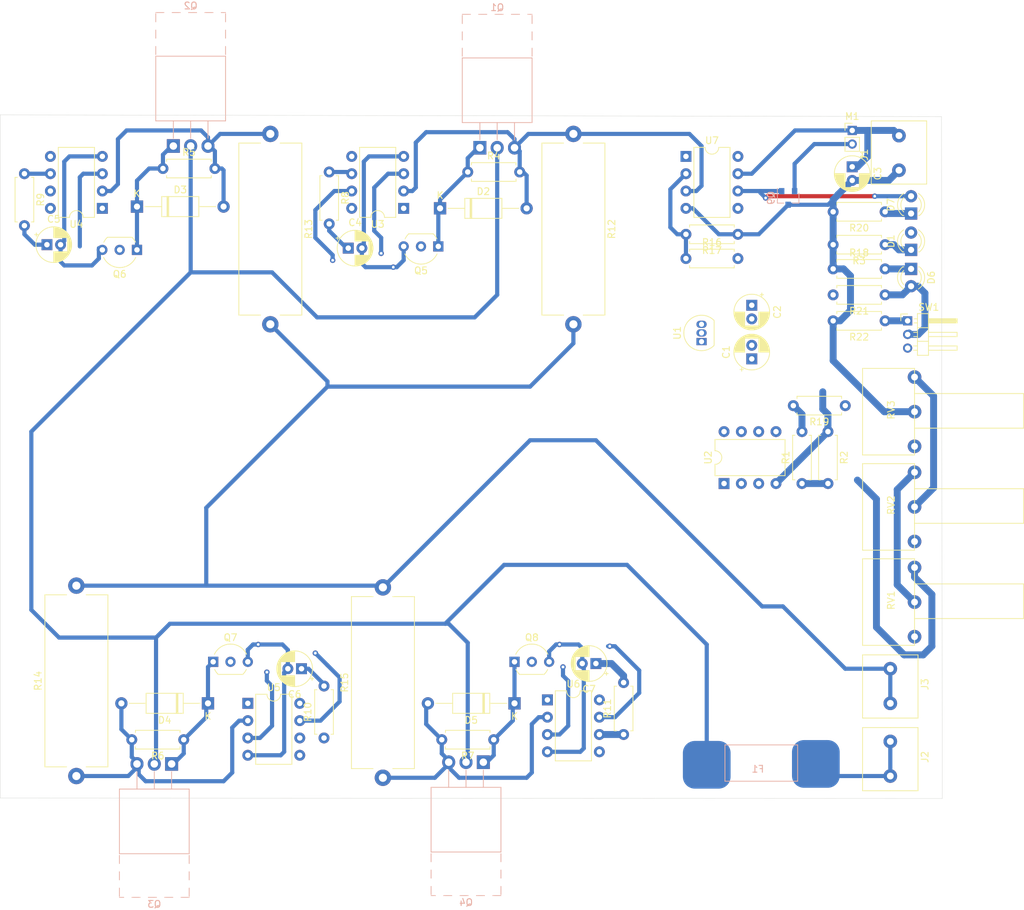
<source format=kicad_pcb>
(kicad_pcb (version 20171130) (host pcbnew "(5.1.6)-1")
  (layers (0 F.Cu signal) (31 B.Cu signal) (34 B.Paste user) (35 F.Paste user) (36 B.SilkS user) (37 F.SilkS user) (38 B.Mask user) (39 F.Mask user) (44 Edge.Cuts user))
  (net 0 "")
  (net 1 GND)
  (net 2 3.3V)
  (net 3 12V)
  (net 4 "Net-(C4-Pad1)")
  (net 5 "Net-(C5-Pad1)")
  (net 6 "Net-(C6-Pad1)")
  (net 7 "Net-(C7-Pad1)")
  (net 8 "Net-(D1-Pad2)")
  (net 9 "Net-(D1-Pad1)")
  (net 10 "Net-(D6-Pad2)")
  (net 11 "Net-(D6-Pad1)")
  (net 12 "Net-(D7-Pad2)")
  (net 13 "Net-(D7-Pad1)")
  (net 14 V_DRAIN)
  (net 15 "Net-(F1-Pad1)")
  (net 16 "Net-(M1-Pad2)")
  (net 17 HALT)
  (net 18 "Net-(R1-Pad1)")
  (net 19 "Net-(R8-Pad1)")
  (net 20 "Net-(R9-Pad1)")
  (net 21 "Net-(R10-Pad1)")
  (net 22 "Net-(R11-Pad1)")
  (net 23 "Net-(R16-Pad1)")
  (net 24 IREF)
  (net 25 "Net-(R22-Pad1)")
  (net 26 "Net-(RV1-Pad2)")
  (net 27 "Net-(RV1-Pad1)")
  (net 28 "Net-(RV2-Pad2)")
  (net 29 "Net-(RV2-Pad1)")
  (net 30 "Net-(RV3-Pad1)")
  (net 31 "Net-(U2-Pad8)")
  (net 32 "Net-(U2-Pad5)")
  (net 33 "Net-(U2-Pad1)")
  (net 34 "Net-(U3-Pad8)")
  (net 35 "Net-(U3-Pad5)")
  (net 36 "Net-(U3-Pad1)")
  (net 37 "Net-(U4-Pad8)")
  (net 38 "Net-(U4-Pad5)")
  (net 39 "Net-(U4-Pad1)")
  (net 40 "Net-(U5-Pad8)")
  (net 41 "Net-(U5-Pad5)")
  (net 42 "Net-(U5-Pad1)")
  (net 43 "Net-(U6-Pad8)")
  (net 44 "Net-(U6-Pad5)")
  (net 45 "Net-(U6-Pad1)")
  (net 46 "Net-(U7-Pad8)")
  (net 47 "Net-(U7-Pad5)")
  (net 48 "Net-(U7-Pad1)")
  (net 49 "Net-(D2-Pad2)")
  (net 50 "Net-(D3-Pad2)")
  (net 51 "Net-(D4-Pad2)")
  (net 52 "Net-(D5-Pad2)")
  (module Package_DIP:DIP-8_W7.62mm (layer F.Cu) (at 73.152 27.432 180)
    (fp_text reference U3 (at 3.81 -2.33) (layer F.SilkS))
    (fp_text value LM741)
    (pad 8 thru_hole oval (at 7.62 0 180) (size 1.6 1.6) (drill 0.8) (layers *.Cu *.Mask) (net 34 "Net-(U3-Pad8)"))
    (pad 4 thru_hole oval (at 0 7.62 180) (size 1.6 1.6) (drill 0.8) (layers *.Cu *.Mask) (net 1 GND))
    (pad 7 thru_hole oval (at 7.62 2.54 180) (size 1.6 1.6) (drill 0.8) (layers *.Cu *.Mask) (net 3 12V))
    (pad 3 thru_hole oval (at 0 5.08 180) (size 1.6 1.6) (drill 0.8) (layers *.Cu *.Mask) (net 24 IREF))
    (pad 6 thru_hole oval (at 7.62 5.08 180) (size 1.6 1.6) (drill 0.8) (layers *.Cu *.Mask) (net 19 "Net-(R8-Pad1)"))
    (pad 2 thru_hole oval (at 0 2.54 180) (size 1.6 1.6) (drill 0.8) (layers *.Cu *.Mask) (net 49 "Net-(D2-Pad2)"))
    (pad 5 thru_hole oval (at 7.62 7.62 180) (size 1.6 1.6) (drill 0.8) (layers *.Cu *.Mask) (net 35 "Net-(U3-Pad5)"))
    (pad 1 thru_hole rect (at 0 0 180) (size 1.6 1.6) (drill 0.8) (layers *.Cu *.Mask) (net 36 "Net-(U3-Pad1)"))
  )
  (module Resistor_THT:R_Axial_Power_L25.0mm_W9.0mm_P27.94mm (layer F.Cu) (at 98.044 16.51 270)
    (fp_text reference R12 (at 13.97 -5.62 90) (layer F.SilkS))
    (fp_text value 0.1)
    (pad 2 thru_hole oval (at 27.94 0 270) (size 2.4 2.4) (drill 1.2) (layers *.Cu *.Mask) (net 1 GND))
    (pad 1 thru_hole circle (at 0 0 270) (size 2.4 2.4) (drill 1.2) (layers *.Cu *.Mask) (net 49 "Net-(D2-Pad2)"))
  )
  (module Resistor_THT:R_Axial_DIN0207_L6.3mm_D2.5mm_P7.62mm_Horizontal (layer F.Cu) (at 62.23 22.098 270)
    (fp_text reference R8 (at 3.81 -2.37 90) (layer F.SilkS))
    (fp_text value 500k)
    (pad 2 thru_hole oval (at 7.62 0 270) (size 1.6 1.6) (drill 0.8) (layers *.Cu *.Mask) (net 4 "Net-(C4-Pad1)"))
    (pad 1 thru_hole circle (at 0 0 270) (size 1.6 1.6) (drill 0.8) (layers *.Cu *.Mask) (net 19 "Net-(R8-Pad1)"))
  )
  (module Resistor_THT:R_Axial_DIN0207_L6.3mm_D2.5mm_P7.62mm_Horizontal (layer F.Cu) (at 82.55 22.098)
    (fp_text reference R4 (at 3.81 -2.37) (layer F.SilkS))
    (fp_text value 10000k)
    (pad 2 thru_hole oval (at 7.62 0) (size 1.6 1.6) (drill 0.8) (layers *.Cu *.Mask) (net 49 "Net-(D2-Pad2)"))
    (pad 1 thru_hole circle (at 0 0) (size 1.6 1.6) (drill 0.8) (layers *.Cu *.Mask) (net 4 "Net-(C4-Pad1)"))
  )
  (module Package_TO_SOT_THT:TO-92_Inline_Wide (layer F.Cu) (at 78.232 33.02 180)
    (fp_text reference Q5 (at 2.54 -3.56) (layer F.SilkS))
    (fp_text value BC547)
    (pad 1 thru_hole rect (at 0 0 270) (size 1.5 1.5) (drill 0.8) (layers *.Cu *.Mask) (net 4 "Net-(C4-Pad1)"))
    (pad 3 thru_hole circle (at 5.08 0 270) (size 1.5 1.5) (drill 0.8) (layers *.Cu *.Mask) (net 1 GND))
    (pad 2 thru_hole circle (at 2.54 0 270) (size 1.5 1.5) (drill 0.8) (layers *.Cu *.Mask) (net 17 HALT))
  )
  (module Package_TO_SOT_THT:TO-220-3_Horizontal_TabUp (layer B.Cu) (at 84.328 18.542)
    (fp_text reference Q1 (at 2.54 -20.58) (layer B.SilkS) (effects (justify mirror)))
    (fp_text value IRFZ46N)
    (pad 3 thru_hole oval (at 5.08 0) (size 1.905 2) (drill 1.1) (layers *.Cu *.Mask) (net 49 "Net-(D2-Pad2)"))
    (pad 2 thru_hole oval (at 2.54 0) (size 1.905 2) (drill 1.1) (layers *.Cu *.Mask) (net 14 V_DRAIN))
    (pad 1 thru_hole rect (at 0 0) (size 1.905 2) (drill 1.1) (layers *.Cu *.Mask) (net 4 "Net-(C4-Pad1)"))
    (pad "" np_thru_hole oval (at 2.54 -16.66) (size 3.5 3.5) (drill 3.5) (layers *.Cu *.Mask))
  )
  (module Diode_THT:D_A-405_P12.70mm_Horizontal (layer F.Cu) (at 78.486 27.432)
    (fp_text reference D2 (at 6.35 -2.47) (layer F.SilkS))
    (fp_text value 9V)
    (fp_text user K (at 0 -1.9) (layer F.SilkS))
    (pad 2 thru_hole oval (at 12.7 0) (size 1.8 1.8) (drill 0.9) (layers *.Cu *.Mask) (net 49 "Net-(D2-Pad2)"))
    (pad 1 thru_hole rect (at 0 0) (size 1.8 1.8) (drill 0.9) (layers *.Cu *.Mask) (net 4 "Net-(C4-Pad1)"))
  )
  (module Capacitor_THT:CP_Radial_D5.0mm_P2.00mm (layer F.Cu) (at 65.024 33.274)
    (fp_text reference C4 (at 1 -3.75) (layer F.SilkS))
    (fp_text value 1uF)
    (pad 2 thru_hole circle (at 2 0) (size 1.6 1.6) (drill 0.8) (layers *.Cu *.Mask) (net 1 GND))
    (pad 1 thru_hole rect (at 0 0) (size 1.6 1.6) (drill 0.8) (layers *.Cu *.Mask) (net 4 "Net-(C4-Pad1)"))
  )
  (module Package_DIP:DIP-8_W7.62mm (layer F.Cu) (at 28.956 27.432 180)
    (fp_text reference U4 (at 3.81 -2.33) (layer F.SilkS))
    (fp_text value LM741)
    (pad 8 thru_hole oval (at 7.62 0 180) (size 1.6 1.6) (drill 0.8) (layers *.Cu *.Mask) (net 37 "Net-(U4-Pad8)"))
    (pad 4 thru_hole oval (at 0 7.62 180) (size 1.6 1.6) (drill 0.8) (layers *.Cu *.Mask) (net 1 GND))
    (pad 7 thru_hole oval (at 7.62 2.54 180) (size 1.6 1.6) (drill 0.8) (layers *.Cu *.Mask) (net 3 12V))
    (pad 3 thru_hole oval (at 0 5.08 180) (size 1.6 1.6) (drill 0.8) (layers *.Cu *.Mask) (net 24 IREF))
    (pad 6 thru_hole oval (at 7.62 5.08 180) (size 1.6 1.6) (drill 0.8) (layers *.Cu *.Mask) (net 20 "Net-(R9-Pad1)"))
    (pad 2 thru_hole oval (at 0 2.54 180) (size 1.6 1.6) (drill 0.8) (layers *.Cu *.Mask) (net 50 "Net-(D3-Pad2)"))
    (pad 5 thru_hole oval (at 7.62 7.62 180) (size 1.6 1.6) (drill 0.8) (layers *.Cu *.Mask) (net 38 "Net-(U4-Pad5)"))
    (pad 1 thru_hole rect (at 0 0 180) (size 1.6 1.6) (drill 0.8) (layers *.Cu *.Mask) (net 39 "Net-(U4-Pad1)"))
  )
  (module Resistor_THT:R_Axial_Power_L25.0mm_W9.0mm_P27.94mm (layer F.Cu) (at 53.594 16.51 270)
    (fp_text reference R13 (at 13.97 -5.62 90) (layer F.SilkS))
    (fp_text value 0.1)
    (pad 2 thru_hole oval (at 27.94 0 270) (size 2.4 2.4) (drill 1.2) (layers *.Cu *.Mask) (net 1 GND))
    (pad 1 thru_hole circle (at 0 0 270) (size 2.4 2.4) (drill 1.2) (layers *.Cu *.Mask) (net 50 "Net-(D3-Pad2)"))
  )
  (module Resistor_THT:R_Axial_DIN0207_L6.3mm_D2.5mm_P7.62mm_Horizontal (layer F.Cu) (at 17.526 22.352 270)
    (fp_text reference R9 (at 3.81 -2.37 90) (layer F.SilkS))
    (fp_text value 500k)
    (pad 2 thru_hole oval (at 7.62 0 270) (size 1.6 1.6) (drill 0.8) (layers *.Cu *.Mask) (net 5 "Net-(C5-Pad1)"))
    (pad 1 thru_hole circle (at 0 0 270) (size 1.6 1.6) (drill 0.8) (layers *.Cu *.Mask) (net 20 "Net-(R9-Pad1)"))
  )
  (module Resistor_THT:R_Axial_DIN0207_L6.3mm_D2.5mm_P7.62mm_Horizontal (layer F.Cu) (at 37.846 21.59)
    (fp_text reference R5 (at 3.81 -2.37) (layer F.SilkS))
    (fp_text value 10000k)
    (pad 2 thru_hole oval (at 7.62 0) (size 1.6 1.6) (drill 0.8) (layers *.Cu *.Mask) (net 50 "Net-(D3-Pad2)"))
    (pad 1 thru_hole circle (at 0 0) (size 1.6 1.6) (drill 0.8) (layers *.Cu *.Mask) (net 5 "Net-(C5-Pad1)"))
  )
  (module Package_TO_SOT_THT:TO-92_Inline_Wide (layer F.Cu) (at 34.036 33.528 180)
    (fp_text reference Q6 (at 2.54 -3.56) (layer F.SilkS))
    (fp_text value BC547)
    (pad 1 thru_hole rect (at 0 0 270) (size 1.5 1.5) (drill 0.8) (layers *.Cu *.Mask) (net 5 "Net-(C5-Pad1)"))
    (pad 3 thru_hole circle (at 5.08 0 270) (size 1.5 1.5) (drill 0.8) (layers *.Cu *.Mask) (net 1 GND))
    (pad 2 thru_hole circle (at 2.54 0 270) (size 1.5 1.5) (drill 0.8) (layers *.Cu *.Mask) (net 17 HALT))
  )
  (module Package_TO_SOT_THT:TO-220-3_Horizontal_TabUp (layer B.Cu) (at 39.37 18.288)
    (fp_text reference Q2 (at 2.54 -20.58) (layer B.SilkS) (effects (justify mirror)))
    (fp_text value IRFZ46N)
    (pad 3 thru_hole oval (at 5.08 0) (size 1.905 2) (drill 1.1) (layers *.Cu *.Mask) (net 50 "Net-(D3-Pad2)"))
    (pad 2 thru_hole oval (at 2.54 0) (size 1.905 2) (drill 1.1) (layers *.Cu *.Mask) (net 14 V_DRAIN))
    (pad 1 thru_hole rect (at 0 0) (size 1.905 2) (drill 1.1) (layers *.Cu *.Mask) (net 5 "Net-(C5-Pad1)"))
    (pad "" np_thru_hole oval (at 2.54 -16.66) (size 3.5 3.5) (drill 3.5) (layers *.Cu *.Mask))
  )
  (module Capacitor_THT:CP_Radial_D5.0mm_P2.00mm (layer F.Cu) (at 20.828 32.766)
    (fp_text reference C5 (at 1 -3.75) (layer F.SilkS))
    (fp_text value 1uF)
    (pad 2 thru_hole circle (at 2 0) (size 1.6 1.6) (drill 0.8) (layers *.Cu *.Mask) (net 1 GND))
    (pad 1 thru_hole rect (at 0 0) (size 1.6 1.6) (drill 0.8) (layers *.Cu *.Mask) (net 5 "Net-(C5-Pad1)"))
  )
  (module Diode_THT:D_A-405_P12.70mm_Horizontal (layer F.Cu) (at 89.408 100.076 180)
    (fp_text reference D5 (at 6.35 -2.47) (layer F.SilkS))
    (fp_text value 9V)
    (fp_text user K (at 0 -1.9) (layer F.SilkS))
    (pad 2 thru_hole oval (at 12.7 0 180) (size 1.8 1.8) (drill 0.9) (layers *.Cu *.Mask) (net 52 "Net-(D5-Pad2)"))
    (pad 1 thru_hole rect (at 0 0 180) (size 1.8 1.8) (drill 0.9) (layers *.Cu *.Mask) (net 7 "Net-(C7-Pad1)"))
  )
  (module Diode_THT:D_A-405_P12.70mm_Horizontal (layer F.Cu) (at 44.45 100.076 180)
    (fp_text reference D4 (at 6.35 -2.47) (layer F.SilkS))
    (fp_text value 9V)
    (fp_text user K (at 0 -1.9) (layer F.SilkS))
    (pad 2 thru_hole oval (at 12.7 0 180) (size 1.8 1.8) (drill 0.9) (layers *.Cu *.Mask) (net 51 "Net-(D4-Pad2)"))
    (pad 1 thru_hole rect (at 0 0 180) (size 1.8 1.8) (drill 0.9) (layers *.Cu *.Mask) (net 6 "Net-(C6-Pad1)"))
  )
  (module Diode_THT:D_A-405_P12.70mm_Horizontal (layer F.Cu) (at 34.036 27.178)
    (fp_text reference D3 (at 6.35 -2.47) (layer F.SilkS))
    (fp_text value 9V)
    (fp_text user K (at 0 -1.9) (layer F.SilkS))
    (pad 2 thru_hole oval (at 12.7 0) (size 1.8 1.8) (drill 0.9) (layers *.Cu *.Mask) (net 50 "Net-(D3-Pad2)"))
    (pad 1 thru_hole rect (at 0 0) (size 1.8 1.8) (drill 0.9) (layers *.Cu *.Mask) (net 5 "Net-(C5-Pad1)"))
  )
  (module Package_DIP:DIP-8_W7.62mm (layer F.Cu) (at 114.554 19.812)
    (fp_text reference U7 (at 3.81 -2.33) (layer F.SilkS))
    (fp_text value LM741)
    (pad 8 thru_hole oval (at 7.62 0) (size 1.6 1.6) (drill 0.8) (layers *.Cu *.Mask) (net 46 "Net-(U7-Pad8)"))
    (pad 4 thru_hole oval (at 0 7.62) (size 1.6 1.6) (drill 0.8) (layers *.Cu *.Mask) (net 1 GND))
    (pad 7 thru_hole oval (at 7.62 2.54) (size 1.6 1.6) (drill 0.8) (layers *.Cu *.Mask) (net 3 12V))
    (pad 3 thru_hole oval (at 0 5.08) (size 1.6 1.6) (drill 0.8) (layers *.Cu *.Mask) (net 49 "Net-(D2-Pad2)"))
    (pad 6 thru_hole oval (at 7.62 5.08) (size 1.6 1.6) (drill 0.8) (layers *.Cu *.Mask) (net 12 "Net-(D7-Pad2)"))
    (pad 2 thru_hole oval (at 0 2.54) (size 1.6 1.6) (drill 0.8) (layers *.Cu *.Mask) (net 23 "Net-(R16-Pad1)"))
    (pad 5 thru_hole oval (at 7.62 7.62) (size 1.6 1.6) (drill 0.8) (layers *.Cu *.Mask) (net 47 "Net-(U7-Pad5)"))
    (pad 1 thru_hole rect (at 0 0) (size 1.6 1.6) (drill 0.8) (layers *.Cu *.Mask) (net 48 "Net-(U7-Pad1)"))
  )
  (module Package_DIP:DIP-8_W7.62mm (layer F.Cu) (at 94.234 99.568)
    (fp_text reference U6 (at 3.81 -2.33) (layer F.SilkS))
    (fp_text value LM741)
    (pad 8 thru_hole oval (at 7.62 0) (size 1.6 1.6) (drill 0.8) (layers *.Cu *.Mask) (net 43 "Net-(U6-Pad8)"))
    (pad 4 thru_hole oval (at 0 7.62) (size 1.6 1.6) (drill 0.8) (layers *.Cu *.Mask) (net 1 GND))
    (pad 7 thru_hole oval (at 7.62 2.54) (size 1.6 1.6) (drill 0.8) (layers *.Cu *.Mask) (net 3 12V))
    (pad 3 thru_hole oval (at 0 5.08) (size 1.6 1.6) (drill 0.8) (layers *.Cu *.Mask) (net 24 IREF))
    (pad 6 thru_hole oval (at 7.62 5.08) (size 1.6 1.6) (drill 0.8) (layers *.Cu *.Mask) (net 22 "Net-(R11-Pad1)"))
    (pad 2 thru_hole oval (at 0 2.54) (size 1.6 1.6) (drill 0.8) (layers *.Cu *.Mask) (net 52 "Net-(D5-Pad2)"))
    (pad 5 thru_hole oval (at 7.62 7.62) (size 1.6 1.6) (drill 0.8) (layers *.Cu *.Mask) (net 44 "Net-(U6-Pad5)"))
    (pad 1 thru_hole rect (at 0 0) (size 1.6 1.6) (drill 0.8) (layers *.Cu *.Mask) (net 45 "Net-(U6-Pad1)"))
  )
  (module Package_DIP:DIP-8_W7.62mm (layer F.Cu) (at 50.292 100.076)
    (fp_text reference U5 (at 3.81 -2.33) (layer F.SilkS))
    (fp_text value LM741)
    (pad 8 thru_hole oval (at 7.62 0) (size 1.6 1.6) (drill 0.8) (layers *.Cu *.Mask) (net 40 "Net-(U5-Pad8)"))
    (pad 4 thru_hole oval (at 0 7.62) (size 1.6 1.6) (drill 0.8) (layers *.Cu *.Mask) (net 1 GND))
    (pad 7 thru_hole oval (at 7.62 2.54) (size 1.6 1.6) (drill 0.8) (layers *.Cu *.Mask) (net 3 12V))
    (pad 3 thru_hole oval (at 0 5.08) (size 1.6 1.6) (drill 0.8) (layers *.Cu *.Mask) (net 24 IREF))
    (pad 6 thru_hole oval (at 7.62 5.08) (size 1.6 1.6) (drill 0.8) (layers *.Cu *.Mask) (net 21 "Net-(R10-Pad1)"))
    (pad 2 thru_hole oval (at 0 2.54) (size 1.6 1.6) (drill 0.8) (layers *.Cu *.Mask) (net 51 "Net-(D4-Pad2)"))
    (pad 5 thru_hole oval (at 7.62 7.62) (size 1.6 1.6) (drill 0.8) (layers *.Cu *.Mask) (net 41 "Net-(U5-Pad5)"))
    (pad 1 thru_hole rect (at 0 0) (size 1.6 1.6) (drill 0.8) (layers *.Cu *.Mask) (net 42 "Net-(U5-Pad1)"))
  )
  (module Package_DIP:DIP-8_W7.62mm (layer F.Cu) (at 120.142 67.818 90)
    (fp_text reference U2 (at 3.81 -2.33 90) (layer F.SilkS))
    (fp_text value LM741)
    (pad 8 thru_hole oval (at 7.62 0 90) (size 1.6 1.6) (drill 0.8) (layers *.Cu *.Mask) (net 31 "Net-(U2-Pad8)"))
    (pad 4 thru_hole oval (at 0 7.62 90) (size 1.6 1.6) (drill 0.8) (layers *.Cu *.Mask) (net 1 GND))
    (pad 7 thru_hole oval (at 7.62 2.54 90) (size 1.6 1.6) (drill 0.8) (layers *.Cu *.Mask) (net 3 12V))
    (pad 3 thru_hole oval (at 0 5.08 90) (size 1.6 1.6) (drill 0.8) (layers *.Cu *.Mask) (net 18 "Net-(R1-Pad1)"))
    (pad 6 thru_hole oval (at 7.62 5.08 90) (size 1.6 1.6) (drill 0.8) (layers *.Cu *.Mask) (net 8 "Net-(D1-Pad2)"))
    (pad 2 thru_hole oval (at 0 2.54 90) (size 1.6 1.6) (drill 0.8) (layers *.Cu *.Mask) (net 14 V_DRAIN))
    (pad 5 thru_hole oval (at 7.62 7.62 90) (size 1.6 1.6) (drill 0.8) (layers *.Cu *.Mask) (net 32 "Net-(U2-Pad5)"))
    (pad 1 thru_hole rect (at 0 0 90) (size 1.6 1.6) (drill 0.8) (layers *.Cu *.Mask) (net 33 "Net-(U2-Pad1)"))
  )
  (module Package_TO_SOT_THT:TO-92_Inline (layer F.Cu) (at 116.84 46.99 90)
    (fp_text reference U1 (at 1.27 -3.56 90) (layer F.SilkS))
    (fp_text value L78L33_TO92)
    (pad 1 thru_hole rect (at 0 0 90) (size 1.05 1.5) (drill 0.75) (layers *.Cu *.Mask) (net 2 3.3V))
    (pad 3 thru_hole oval (at 2.54 0 90) (size 1.05 1.5) (drill 0.75) (layers *.Cu *.Mask) (net 3 12V))
    (pad 2 thru_hole oval (at 1.27 0 90) (size 1.05 1.5) (drill 0.75) (layers *.Cu *.Mask) (net 1 GND))
  )
  (module Connector_PinHeader_2.00mm:PinHeader_1x03_P2.00mm_Horizontal (layer F.Cu) (at 147.066 43.942)
    (fp_text reference SW1 (at 3.1 -2) (layer F.SilkS))
    (fp_text value SW_SPDT)
    (pad 3 thru_hole oval (at 0 4) (size 1.35 1.35) (drill 0.8) (layers *.Cu *.Mask) (net 3 12V))
    (pad 2 thru_hole oval (at 0 2) (size 1.35 1.35) (drill 0.8) (layers *.Cu *.Mask) (net 10 "Net-(D6-Pad2)"))
    (pad 1 thru_hole rect (at 0 0) (size 1.35 1.35) (drill 0.8) (layers *.Cu *.Mask) (net 25 "Net-(R22-Pad1)"))
  )
  (module erdem_lib:pot (layer F.Cu) (at 145.288 57.404 90)
    (fp_text reference RV3 (at 0.381 -0.635 90) (layer F.SilkS))
    (fp_text value 500)
    (pad 3 thru_hole circle (at 5.207 2.794 90) (size 2 2) (drill 1) (layers *.Cu *.Mask) (net 28 "Net-(RV2-Pad2)"))
    (pad 2 thru_hole circle (at 0.127 2.794 90) (size 2 2) (drill 1) (layers *.Cu *.Mask) (net 1 GND))
    (pad 1 thru_hole circle (at -4.953 2.794 90) (size 2 2) (drill 1) (layers *.Cu *.Mask) (net 30 "Net-(RV3-Pad1)"))
  )
  (module erdem_lib:pot (layer F.Cu) (at 145.288 71.374 90)
    (fp_text reference RV2 (at 0.381 -0.635 90) (layer F.SilkS))
    (fp_text value 10k)
    (pad 3 thru_hole circle (at 5.207 2.794 90) (size 2 2) (drill 1) (layers *.Cu *.Mask) (net 26 "Net-(RV1-Pad2)"))
    (pad 2 thru_hole circle (at 0.127 2.794 90) (size 2 2) (drill 1) (layers *.Cu *.Mask) (net 28 "Net-(RV2-Pad2)"))
    (pad 1 thru_hole circle (at -4.953 2.794 90) (size 2 2) (drill 1) (layers *.Cu *.Mask) (net 29 "Net-(RV2-Pad1)"))
  )
  (module erdem_lib:pot (layer F.Cu) (at 145.288 85.344 90)
    (fp_text reference RV1 (at 0.381 -0.635 90) (layer F.SilkS))
    (fp_text value 200k)
    (pad 3 thru_hole circle (at 5.207 2.794 90) (size 2 2) (drill 1) (layers *.Cu *.Mask) (net 24 IREF))
    (pad 2 thru_hole circle (at 0.127 2.794 90) (size 2 2) (drill 1) (layers *.Cu *.Mask) (net 26 "Net-(RV1-Pad2)"))
    (pad 1 thru_hole circle (at -4.953 2.794 90) (size 2 2) (drill 1) (layers *.Cu *.Mask) (net 27 "Net-(RV1-Pad1)"))
  )
  (module Resistor_THT:R_Axial_DIN0207_L6.3mm_D2.5mm_P7.62mm_Horizontal (layer F.Cu) (at 143.764 43.942 180)
    (fp_text reference R22 (at 3.81 -2.37) (layer F.SilkS))
    (fp_text value 100k)
    (pad 2 thru_hole oval (at 7.62 0 180) (size 1.6 1.6) (drill 0.8) (layers *.Cu *.Mask) (net 1 GND))
    (pad 1 thru_hole circle (at 0 0 180) (size 1.6 1.6) (drill 0.8) (layers *.Cu *.Mask) (net 25 "Net-(R22-Pad1)"))
  )
  (module Resistor_THT:R_Axial_DIN0207_L6.3mm_D2.5mm_P7.62mm_Horizontal (layer F.Cu) (at 143.764 40.132 180)
    (fp_text reference R21 (at 3.81 -2.37) (layer F.SilkS))
    (fp_text value 1k)
    (pad 2 thru_hole oval (at 7.62 0 180) (size 1.6 1.6) (drill 0.8) (layers *.Cu *.Mask) (net 17 HALT))
    (pad 1 thru_hole circle (at 0 0 180) (size 1.6 1.6) (drill 0.8) (layers *.Cu *.Mask) (net 10 "Net-(D6-Pad2)"))
  )
  (module Resistor_THT:R_Axial_DIN0207_L6.3mm_D2.5mm_P7.62mm_Horizontal (layer F.Cu) (at 143.764 27.94 180)
    (fp_text reference R20 (at 3.81 -2.37) (layer F.SilkS))
    (fp_text value 1k)
    (pad 2 thru_hole oval (at 7.62 0 180) (size 1.6 1.6) (drill 0.8) (layers *.Cu *.Mask) (net 1 GND))
    (pad 1 thru_hole circle (at 0 0 180) (size 1.6 1.6) (drill 0.8) (layers *.Cu *.Mask) (net 13 "Net-(D7-Pad1)"))
  )
  (module Resistor_THT:R_Axial_DIN0207_L6.3mm_D2.5mm_P7.62mm_Horizontal (layer F.Cu) (at 137.922 56.388 180)
    (fp_text reference R19 (at 3.81 -2.37) (layer F.SilkS))
    (fp_text value 1200k)
    (pad 2 thru_hole oval (at 7.62 0 180) (size 1.6 1.6) (drill 0.8) (layers *.Cu *.Mask) (net 2 3.3V))
    (pad 1 thru_hole circle (at 0 0 180) (size 1.6 1.6) (drill 0.8) (layers *.Cu *.Mask) (net 24 IREF))
  )
  (module Resistor_THT:R_Axial_DIN0207_L6.3mm_D2.5mm_P7.62mm_Horizontal (layer F.Cu) (at 136.144 36.322)
    (fp_text reference R18 (at 3.81 -2.37) (layer F.SilkS))
    (fp_text value 1100)
    (pad 2 thru_hole oval (at 7.62 0) (size 1.6 1.6) (drill 0.8) (layers *.Cu *.Mask) (net 11 "Net-(D6-Pad1)"))
    (pad 1 thru_hole circle (at 0 0) (size 1.6 1.6) (drill 0.8) (layers *.Cu *.Mask) (net 1 GND))
  )
  (module Resistor_THT:R_Axial_DIN0207_L6.3mm_D2.5mm_P7.62mm_Horizontal (layer F.Cu) (at 122.174 31.242 180)
    (fp_text reference R17 (at 3.81 -2.37) (layer F.SilkS))
    (fp_text value 1k)
    (pad 2 thru_hole oval (at 7.62 0 180) (size 1.6 1.6) (drill 0.8) (layers *.Cu *.Mask) (net 23 "Net-(R16-Pad1)"))
    (pad 1 thru_hole circle (at 0 0 180) (size 1.6 1.6) (drill 0.8) (layers *.Cu *.Mask) (net 1 GND))
  )
  (module Resistor_THT:R_Axial_DIN0207_L6.3mm_D2.5mm_P7.62mm_Horizontal (layer F.Cu) (at 114.554 34.798)
    (fp_text reference R16 (at 3.81 -2.37) (layer F.SilkS))
    (fp_text value 32k)
    (pad 2 thru_hole oval (at 7.62 0) (size 1.6 1.6) (drill 0.8) (layers *.Cu *.Mask) (net 2 3.3V))
    (pad 1 thru_hole circle (at 0 0) (size 1.6 1.6) (drill 0.8) (layers *.Cu *.Mask) (net 23 "Net-(R16-Pad1)"))
  )
  (module Resistor_THT:R_Axial_Power_L25.0mm_W9.0mm_P27.94mm (layer F.Cu) (at 70.104 110.998 90)
    (fp_text reference R15 (at 13.97 -5.62 90) (layer F.SilkS))
    (fp_text value 0.1)
    (pad 2 thru_hole oval (at 27.94 0 90) (size 2.4 2.4) (drill 1.2) (layers *.Cu *.Mask) (net 1 GND))
    (pad 1 thru_hole circle (at 0 0 90) (size 2.4 2.4) (drill 1.2) (layers *.Cu *.Mask) (net 52 "Net-(D5-Pad2)"))
  )
  (module Resistor_THT:R_Axial_Power_L25.0mm_W9.0mm_P27.94mm (layer F.Cu) (at 25.146 110.744 90)
    (fp_text reference R14 (at 13.97 -5.62 90) (layer F.SilkS))
    (fp_text value 0.1)
    (pad 2 thru_hole oval (at 27.94 0 90) (size 2.4 2.4) (drill 1.2) (layers *.Cu *.Mask) (net 1 GND))
    (pad 1 thru_hole circle (at 0 0 90) (size 2.4 2.4) (drill 1.2) (layers *.Cu *.Mask) (net 51 "Net-(D4-Pad2)"))
  )
  (module Resistor_THT:R_Axial_DIN0207_L6.3mm_D2.5mm_P7.62mm_Horizontal (layer F.Cu) (at 105.41 104.648 90)
    (fp_text reference R11 (at 3.81 -2.37 90) (layer F.SilkS))
    (fp_text value 500k)
    (pad 2 thru_hole oval (at 7.62 0 90) (size 1.6 1.6) (drill 0.8) (layers *.Cu *.Mask) (net 7 "Net-(C7-Pad1)"))
    (pad 1 thru_hole circle (at 0 0 90) (size 1.6 1.6) (drill 0.8) (layers *.Cu *.Mask) (net 22 "Net-(R11-Pad1)"))
  )
  (module Resistor_THT:R_Axial_DIN0207_L6.3mm_D2.5mm_P7.62mm_Horizontal (layer F.Cu) (at 61.468 105.156 90)
    (fp_text reference R10 (at 3.81 -2.37 90) (layer F.SilkS))
    (fp_text value 500k)
    (pad 2 thru_hole oval (at 7.62 0 90) (size 1.6 1.6) (drill 0.8) (layers *.Cu *.Mask) (net 6 "Net-(C6-Pad1)"))
    (pad 1 thru_hole circle (at 0 0 90) (size 1.6 1.6) (drill 0.8) (layers *.Cu *.Mask) (net 21 "Net-(R10-Pad1)"))
  )
  (module Resistor_THT:R_Axial_DIN0207_L6.3mm_D2.5mm_P7.62mm_Horizontal (layer F.Cu) (at 86.36 105.41 180)
    (fp_text reference R7 (at 3.81 -2.37) (layer F.SilkS))
    (fp_text value 10000k)
    (pad 2 thru_hole oval (at 7.62 0 180) (size 1.6 1.6) (drill 0.8) (layers *.Cu *.Mask) (net 52 "Net-(D5-Pad2)"))
    (pad 1 thru_hole circle (at 0 0 180) (size 1.6 1.6) (drill 0.8) (layers *.Cu *.Mask) (net 7 "Net-(C7-Pad1)"))
  )
  (module Resistor_THT:R_Axial_DIN0207_L6.3mm_D2.5mm_P7.62mm_Horizontal (layer F.Cu) (at 40.894 105.41 180)
    (fp_text reference R6 (at 3.81 -2.37) (layer F.SilkS))
    (fp_text value 10000k)
    (pad 2 thru_hole oval (at 7.62 0 180) (size 1.6 1.6) (drill 0.8) (layers *.Cu *.Mask) (net 51 "Net-(D4-Pad2)"))
    (pad 1 thru_hole circle (at 0 0 180) (size 1.6 1.6) (drill 0.8) (layers *.Cu *.Mask) (net 6 "Net-(C6-Pad1)"))
  )
  (module Resistor_THT:R_Axial_DIN0207_L6.3mm_D2.5mm_P7.62mm_Horizontal (layer F.Cu) (at 143.764 32.766 180)
    (fp_text reference R3 (at 3.81 -2.37) (layer F.SilkS))
    (fp_text value 1k)
    (pad 2 thru_hole oval (at 7.62 0 180) (size 1.6 1.6) (drill 0.8) (layers *.Cu *.Mask) (net 1 GND))
    (pad 1 thru_hole circle (at 0 0 180) (size 1.6 1.6) (drill 0.8) (layers *.Cu *.Mask) (net 9 "Net-(D1-Pad1)"))
  )
  (module Resistor_THT:R_Axial_DIN0207_L6.3mm_D2.5mm_P7.62mm_Horizontal (layer F.Cu) (at 135.382 60.198 270)
    (fp_text reference R2 (at 3.81 -2.37 90) (layer F.SilkS))
    (fp_text value 10k)
    (pad 2 thru_hole oval (at 7.62 0 270) (size 1.6 1.6) (drill 0.8) (layers *.Cu *.Mask) (net 18 "Net-(R1-Pad1)"))
    (pad 1 thru_hole circle (at 0 0 270) (size 1.6 1.6) (drill 0.8) (layers *.Cu *.Mask) (net 1 GND))
  )
  (module Resistor_THT:R_Axial_DIN0207_L6.3mm_D2.5mm_P7.62mm_Horizontal (layer F.Cu) (at 131.572 67.818 90)
    (fp_text reference R1 (at 3.81 -2.37 90) (layer F.SilkS))
    (fp_text value 23k)
    (pad 2 thru_hole oval (at 7.62 0 90) (size 1.6 1.6) (drill 0.8) (layers *.Cu *.Mask) (net 2 3.3V))
    (pad 1 thru_hole circle (at 0 0 90) (size 1.6 1.6) (drill 0.8) (layers *.Cu *.Mask) (net 18 "Net-(R1-Pad1)"))
  )
  (module Package_TO_SOT_SMD:SOT-23 (layer B.Cu) (at 129.54 25.908 270)
    (fp_text reference Q9 (at 0 2.5 270) (layer B.SilkS) (effects (justify mirror)))
    (fp_text value PJA3406)
    (pad 3 smd rect (at 1 0 270) (size 0.9 0.8) (layers B.Cu B.Paste B.Mask) (net 1 GND))
    (pad 2 smd rect (at -1 -0.95 270) (size 0.9 0.8) (layers B.Cu B.Paste B.Mask) (net 16 "Net-(M1-Pad2)"))
    (pad 1 smd rect (at -1 0.95 270) (size 0.9 0.8) (layers B.Cu B.Paste B.Mask) (net 12 "Net-(D7-Pad2)"))
  )
  (module Package_TO_SOT_THT:TO-92_Inline_Wide (layer F.Cu) (at 89.408 93.98)
    (fp_text reference Q8 (at 2.54 -3.56) (layer F.SilkS))
    (fp_text value BC547)
    (pad 2 thru_hole circle (at 2.54 0 90) (size 1.5 1.5) (drill 0.8) (layers *.Cu *.Mask) (net 17 HALT))
    (pad 3 thru_hole circle (at 5.08 0 90) (size 1.5 1.5) (drill 0.8) (layers *.Cu *.Mask) (net 1 GND))
    (pad 1 thru_hole rect (at 0 0 90) (size 1.5 1.5) (drill 0.8) (layers *.Cu *.Mask) (net 7 "Net-(C7-Pad1)"))
  )
  (module Package_TO_SOT_THT:TO-92_Inline_Wide (layer F.Cu) (at 45.212 93.98)
    (fp_text reference Q7 (at 2.54 -3.56) (layer F.SilkS))
    (fp_text value BC547)
    (pad 1 thru_hole rect (at 0 0 90) (size 1.5 1.5) (drill 0.8) (layers *.Cu *.Mask) (net 6 "Net-(C6-Pad1)"))
    (pad 3 thru_hole circle (at 5.08 0 90) (size 1.5 1.5) (drill 0.8) (layers *.Cu *.Mask) (net 1 GND))
    (pad 2 thru_hole circle (at 2.54 0 90) (size 1.5 1.5) (drill 0.8) (layers *.Cu *.Mask) (net 17 HALT))
  )
  (module Package_TO_SOT_THT:TO-220-3_Horizontal_TabUp (layer B.Cu) (at 84.836 108.712 180)
    (fp_text reference Q4 (at 2.54 -20.58) (layer B.SilkS) (effects (justify mirror)))
    (fp_text value IRFZ46N)
    (pad 3 thru_hole oval (at 5.08 0 180) (size 1.905 2) (drill 1.1) (layers *.Cu *.Mask) (net 52 "Net-(D5-Pad2)"))
    (pad 2 thru_hole oval (at 2.54 0 180) (size 1.905 2) (drill 1.1) (layers *.Cu *.Mask) (net 14 V_DRAIN))
    (pad 1 thru_hole rect (at 0 0 180) (size 1.905 2) (drill 1.1) (layers *.Cu *.Mask) (net 7 "Net-(C7-Pad1)"))
    (pad "" np_thru_hole oval (at 2.54 -16.66 180) (size 3.5 3.5) (drill 3.5) (layers *.Cu *.Mask))
  )
  (module Package_TO_SOT_THT:TO-220-3_Horizontal_TabUp (layer B.Cu) (at 39.116 108.966 180)
    (fp_text reference Q3 (at 2.54 -20.58) (layer B.SilkS) (effects (justify mirror)))
    (fp_text value IRFZ46N)
    (pad 3 thru_hole oval (at 5.08 0 180) (size 1.905 2) (drill 1.1) (layers *.Cu *.Mask) (net 51 "Net-(D4-Pad2)"))
    (pad 2 thru_hole oval (at 2.54 0 180) (size 1.905 2) (drill 1.1) (layers *.Cu *.Mask) (net 14 V_DRAIN))
    (pad 1 thru_hole rect (at 0 0 180) (size 1.905 2) (drill 1.1) (layers *.Cu *.Mask) (net 6 "Net-(C6-Pad1)"))
    (pad "" np_thru_hole oval (at 2.54 -16.66 180) (size 3.5 3.5) (drill 3.5) (layers *.Cu *.Mask))
  )
  (module Connector_PinHeader_2.00mm:PinHeader_1x02_P2.00mm_Vertical (layer F.Cu) (at 138.938 16.002)
    (fp_text reference M1 (at 0 -2.06) (layer F.SilkS))
    (fp_text value Fan)
    (pad 2 thru_hole oval (at 0 2) (size 1.35 1.35) (drill 0.8) (layers *.Cu *.Mask) (net 16 "Net-(M1-Pad2)"))
    (pad 1 thru_hole rect (at 0 0) (size 1.35 1.35) (drill 0.8) (layers *.Cu *.Mask) (net 3 12V))
  )
  (module "erdem_lib:klemens 2li" (layer F.Cu) (at 144.526 97.282 90)
    (fp_text reference J3 (at 0 5.08 90) (layer F.SilkS))
    (fp_text value LOAD_NEGATIVE)
    (pad 2 thru_hole circle (at 2.286 0 90) (size 2 2) (drill 1) (layers *.Cu *.Mask) (net 1 GND))
    (pad 1 thru_hole circle (at -2.794 0 90) (size 2 2) (drill 1) (layers *.Cu *.Mask) (net 1 GND))
  )
  (module "erdem_lib:klemens 2li" (layer F.Cu) (at 144.526 107.95 90)
    (fp_text reference J2 (at 0 5.08 90) (layer F.SilkS))
    (fp_text value LOAD_POSITIVE)
    (pad 2 thru_hole circle (at 2.286 0 90) (size 2 2) (drill 1) (layers *.Cu *.Mask) (net 15 "Net-(F1-Pad1)"))
    (pad 1 thru_hole circle (at -2.794 0 90) (size 2 2) (drill 1) (layers *.Cu *.Mask) (net 15 "Net-(F1-Pad1)"))
  )
  (module "erdem_lib:klemens 2li" (layer F.Cu) (at 145.796 19.558 270)
    (fp_text reference J1 (at 0 5.08 90) (layer F.SilkS))
    (fp_text value POWER)
    (pad 2 thru_hole circle (at 2.286 0 270) (size 2 2) (drill 1) (layers *.Cu *.Mask) (net 1 GND))
    (pad 1 thru_hole circle (at -2.794 0 270) (size 2 2) (drill 1) (layers *.Cu *.Mask) (net 3 12V))
  )
  (module erdem_lib:fuse (layer B.Cu) (at 125.476 108.712 180)
    (fp_text reference F1 (at 0.381 -1.016) (layer B.SilkS) (effects (justify mirror)))
    (fp_text value 25A)
    (pad 2 smd roundrect (at 7.874 -0.381 180) (size 7 7) (layers B.Cu B.Paste B.Mask) (net 14 V_DRAIN))
    (pad 1 smd roundrect (at -8.128 -0.254 180) (size 7 7) (layers B.Cu B.Paste B.Mask) (net 15 "Net-(F1-Pad1)"))
  )
  (module LED_THT:LED_D3.0mm_FlatTop (layer F.Cu) (at 147.574 28.194 90)
    (fp_text reference D7 (at 1.27 -2.96 90) (layer F.SilkS))
    (fp_text value RED)
    (pad 2 thru_hole circle (at 2.54 0 90) (size 1.8 1.8) (drill 0.9) (layers *.Cu *.Mask) (net 12 "Net-(D7-Pad2)"))
    (pad 1 thru_hole rect (at 0 0 90) (size 1.8 1.8) (drill 0.9) (layers *.Cu *.Mask) (net 13 "Net-(D7-Pad1)"))
  )
  (module LED_THT:LED_D3.0mm_FlatTop (layer F.Cu) (at 147.574 36.322 270)
    (fp_text reference D6 (at 1.27 -2.96 90) (layer F.SilkS))
    (fp_text value RED)
    (pad 2 thru_hole circle (at 2.54 0 270) (size 1.8 1.8) (drill 0.9) (layers *.Cu *.Mask) (net 10 "Net-(D6-Pad2)"))
    (pad 1 thru_hole rect (at 0 0 270) (size 1.8 1.8) (drill 0.9) (layers *.Cu *.Mask) (net 11 "Net-(D6-Pad1)"))
  )
  (module LED_THT:LED_D3.0mm_FlatTop (layer F.Cu) (at 147.574 33.528 90)
    (fp_text reference D1 (at 1.27 -2.96 90) (layer F.SilkS))
    (fp_text value RED)
    (pad 2 thru_hole circle (at 2.54 0 90) (size 1.8 1.8) (drill 0.9) (layers *.Cu *.Mask) (net 8 "Net-(D1-Pad2)"))
    (pad 1 thru_hole rect (at 0 0 90) (size 1.8 1.8) (drill 0.9) (layers *.Cu *.Mask) (net 9 "Net-(D1-Pad1)"))
  )
  (module Capacitor_THT:CP_Radial_D5.0mm_P2.00mm (layer F.Cu) (at 101.346 94.234 180)
    (fp_text reference C7 (at 1 -3.75) (layer F.SilkS))
    (fp_text value 1uF)
    (pad 2 thru_hole circle (at 2 0 180) (size 1.6 1.6) (drill 0.8) (layers *.Cu *.Mask) (net 1 GND))
    (pad 1 thru_hole rect (at 0 0 180) (size 1.6 1.6) (drill 0.8) (layers *.Cu *.Mask) (net 7 "Net-(C7-Pad1)"))
  )
  (module Capacitor_THT:CP_Radial_D5.0mm_P2.00mm (layer F.Cu) (at 58.166 94.996 180)
    (fp_text reference C6 (at 1 -3.75) (layer F.SilkS))
    (fp_text value 1uF)
    (pad 2 thru_hole circle (at 2 0 180) (size 1.6 1.6) (drill 0.8) (layers *.Cu *.Mask) (net 1 GND))
    (pad 1 thru_hole rect (at 0 0 180) (size 1.6 1.6) (drill 0.8) (layers *.Cu *.Mask) (net 6 "Net-(C6-Pad1)"))
  )
  (module Capacitor_THT:CP_Radial_D5.0mm_P2.00mm (layer F.Cu) (at 138.938 21.336 270)
    (fp_text reference C3 (at 1 -3.75 90) (layer F.SilkS))
    (fp_text value 100uF)
    (pad 2 thru_hole circle (at 2 0 270) (size 1.6 1.6) (drill 0.8) (layers *.Cu *.Mask) (net 1 GND))
    (pad 1 thru_hole rect (at 0 0 270) (size 1.6 1.6) (drill 0.8) (layers *.Cu *.Mask) (net 3 12V))
  )
  (module Capacitor_THT:CP_Radial_D5.0mm_P2.00mm (layer F.Cu) (at 124.206 41.656 270)
    (fp_text reference C2 (at 1 -3.75 90) (layer F.SilkS))
    (fp_text value 100nF)
    (pad 2 thru_hole circle (at 2 0 270) (size 1.6 1.6) (drill 0.8) (layers *.Cu *.Mask) (net 1 GND))
    (pad 1 thru_hole rect (at 0 0 270) (size 1.6 1.6) (drill 0.8) (layers *.Cu *.Mask) (net 3 12V))
  )
  (module Capacitor_THT:CP_Radial_D5.0mm_P2.00mm (layer F.Cu) (at 124.206 49.53 90)
    (fp_text reference C1 (at 1 -3.75 90) (layer F.SilkS))
    (fp_text value 100uF)
    (pad 2 thru_hole circle (at 2 0 90) (size 1.6 1.6) (drill 0.8) (layers *.Cu *.Mask) (net 1 GND))
    (pad 1 thru_hole rect (at 0 0 90) (size 1.6 1.6) (drill 0.8) (layers *.Cu *.Mask) (net 2 3.3V))
  )
  (gr_line (start 13.97 13.716) (end 13.97 113.97) (layer Edge.Cuts) (width 0.05))
  (gr_line (start 152.032 13.97) (end 13.97 13.716) (layer Edge.Cuts) (width 0.05))
  (gr_line (start 152.146 114.046) (end 13.97 113.97) (layer Edge.Cuts) (width 0.05))
  (gr_line (start 152.032 13.97) (end 152.146 114.046) (layer Edge.Cuts) (width 0.05))
  (segment (start 136.144 27.94) (end 136.144 33.02) (width 1.016) (layer B.Cu) (net 1))
  (segment (start 136.144 33.02) (end 136.144 32.766) (width 1.016) (layer B.Cu) (net 1))
  (segment (start 136.144 32.766) (end 136.144 36.322) (width 1.016) (layer B.Cu) (net 1))
  (segment (start 138.684 42.418) (end 137.16 43.942) (width 1.016) (layer B.Cu) (net 1))
  (segment (start 138.684 37.338) (end 138.684 42.418) (width 1.016) (layer B.Cu) (net 1))
  (segment (start 136.144 36.322) (end 137.668 36.322) (width 1.016) (layer B.Cu) (net 1))
  (segment (start 137.16 43.942) (end 136.144 43.942) (width 1.016) (layer B.Cu) (net 1))
  (segment (start 137.668 36.322) (end 138.684 37.338) (width 1.016) (layer B.Cu) (net 1))
  (segment (start 144.304 23.336) (end 138.938 23.336) (width 1.016) (layer B.Cu) (net 1))
  (segment (start 145.796 21.844) (end 144.304 23.336) (width 1.016) (layer B.Cu) (net 1))
  (segment (start 138.938 23.336) (end 136.874 25.4) (width 1.016) (layer B.Cu) (net 1))
  (segment (start 136.874 25.4) (end 136.874 25.432) (width 1.016) (layer B.Cu) (net 1))
  (segment (start 136.144 26.162) (end 136.144 27.94) (width 1.016) (layer B.Cu) (net 1))
  (segment (start 136.874 25.432) (end 136.144 26.162) (width 1.016) (layer B.Cu) (net 1))
  (segment (start 148.082 57.277) (end 143.637 57.277) (width 1.016) (layer B.Cu) (net 1))
  (segment (start 136.144 49.784) (end 136.144 43.942) (width 1.016) (layer B.Cu) (net 1))
  (segment (start 143.637 57.277) (end 136.144 49.784) (width 1.016) (layer B.Cu) (net 1))
  (segment (start 135.382 60.198) (end 130.556 65.024) (width 1.016) (layer B.Cu) (net 1))
  (segment (start 130.556 65.024) (end 127.762 67.818) (width 1.016) (layer B.Cu) (net 1))
  (segment (start 135.382 60.198) (end 135.382 57.658) (width 1.016) (layer B.Cu) (net 1))
  (segment (start 135.382 57.658) (end 134.62 56.896) (width 1.016) (layer B.Cu) (net 1))
  (segment (start 134.62 56.896) (end 134.62 54.356) (width 1.016) (layer B.Cu) (net 1))
  (segment (start 94.234 107.188) (end 99.06 107.188) (width 0.6096) (layer B.Cu) (net 1))
  (segment (start 99.06 107.188) (end 99.568 106.68) (width 0.6096) (layer B.Cu) (net 1))
  (segment (start 99.568 94.456) (end 99.346 94.234) (width 0.6096) (layer B.Cu) (net 1))
  (segment (start 99.568 106.68) (end 99.568 94.456) (width 0.6096) (layer B.Cu) (net 1))
  (segment (start 56.166 93.504) (end 56.166 94.996) (width 0.6096) (layer B.Cu) (net 1))
  (segment (start 50.292 107.696) (end 55.118 107.696) (width 0.6096) (layer B.Cu) (net 1))
  (segment (start 55.118 107.696) (end 55.626 107.188) (width 0.6096) (layer B.Cu) (net 1))
  (segment (start 55.626 95.536) (end 56.166 94.996) (width 0.6096) (layer B.Cu) (net 1))
  (segment (start 55.626 107.188) (end 55.626 95.536) (width 0.6096) (layer B.Cu) (net 1))
  (segment (start 28.448 34.798) (end 27.432 35.814) (width 0.6096) (layer B.Cu) (net 1))
  (segment (start 27.432 35.814) (end 23.368 35.814) (width 0.6096) (layer B.Cu) (net 1))
  (segment (start 22.828 35.274) (end 22.828 32.766) (width 0.6096) (layer B.Cu) (net 1))
  (segment (start 23.368 35.814) (end 22.828 35.274) (width 0.6096) (layer B.Cu) (net 1))
  (segment (start 28.956 19.812) (end 24.13 19.812) (width 0.6096) (layer B.Cu) (net 1))
  (segment (start 24.13 19.812) (end 23.368 20.574) (width 0.6096) (layer B.Cu) (net 1))
  (segment (start 23.368 32.226) (end 22.828 32.766) (width 0.6096) (layer B.Cu) (net 1))
  (segment (start 23.368 20.574) (end 23.368 32.226) (width 0.6096) (layer B.Cu) (net 1))
  (segment (start 50.292 93.98) (end 50.292 92.202) (width 0.6096) (layer B.Cu) (net 1))
  (segment (start 50.292 92.202) (end 51.054 91.44) (width 0.6096) (layer B.Cu) (net 1))
  (segment (start 51.054 91.44) (end 51.816 91.44) (width 0.6096) (layer B.Cu) (net 1))
  (segment (start 56.166 92.234) (end 56.166 93.504) (width 0.6096) (layer B.Cu) (net 1))
  (segment (start 55.372 91.44) (end 56.166 92.234) (width 0.6096) (layer B.Cu) (net 1))
  (segment (start 51.816 91.44) (end 55.372 91.44) (width 0.6096) (layer B.Cu) (net 1))
  (via (at 51.816 91.44) (size 0.8) (drill 0.4) (layers F.Cu B.Cu) (net 1))
  (segment (start 94.488 93.98) (end 94.488 92.456) (width 0.6096) (layer B.Cu) (net 1))
  (segment (start 94.488 92.456) (end 95.504 91.44) (width 0.6096) (layer B.Cu) (net 1))
  (segment (start 95.504 91.44) (end 96.012 91.44) (width 0.6096) (layer B.Cu) (net 1))
  (segment (start 99.346 91.98) (end 99.346 94.234) (width 0.6096) (layer B.Cu) (net 1))
  (segment (start 98.806 91.44) (end 99.346 91.98) (width 0.6096) (layer B.Cu) (net 1))
  (segment (start 96.012 91.44) (end 98.806 91.44) (width 0.6096) (layer B.Cu) (net 1))
  (via (at 96.012 91.44) (size 0.8) (drill 0.4) (layers F.Cu B.Cu) (net 1))
  (segment (start 28.956 33.528) (end 28.448 33.528) (width 0.6096) (layer B.Cu) (net 1))
  (segment (start 28.448 33.274) (end 28.448 33.528) (width 0.6096) (layer B.Cu) (net 1))
  (segment (start 28.448 33.528) (end 28.448 34.798) (width 0.6096) (layer B.Cu) (net 1))
  (segment (start 73.152 33.02) (end 73.152 35.052) (width 0.6096) (layer B.Cu) (net 1))
  (segment (start 73.152 35.052) (end 72.136 36.068) (width 0.6096) (layer B.Cu) (net 1))
  (segment (start 72.136 36.068) (end 71.628 36.068) (width 0.6096) (layer B.Cu) (net 1))
  (segment (start 67.024 35.528) (end 67.024 33.274) (width 0.6096) (layer B.Cu) (net 1))
  (segment (start 67.564 36.068) (end 67.024 35.528) (width 0.6096) (layer B.Cu) (net 1))
  (segment (start 67.31 32.988) (end 67.024 33.274) (width 0.6096) (layer B.Cu) (net 1))
  (segment (start 67.31 20.574) (end 67.31 32.988) (width 0.6096) (layer B.Cu) (net 1))
  (segment (start 73.152 19.812) (end 68.072 19.812) (width 0.6096) (layer B.Cu) (net 1))
  (segment (start 68.072 19.812) (end 67.31 20.574) (width 0.6096) (layer B.Cu) (net 1))
  (segment (start 71.628 36.068) (end 67.564 36.068) (width 0.6096) (layer B.Cu) (net 1))
  (via (at 71.628 36.068) (size 0.8) (drill 0.4) (layers F.Cu B.Cu) (net 1))
  (segment (start 69.85 82.804) (end 70.104 83.058) (width 0.6096) (layer B.Cu) (net 1))
  (segment (start 144.526 94.996) (end 144.526 100.076) (width 0.6096) (layer B.Cu) (net 1))
  (segment (start 144.526 94.996) (end 137.922 94.996) (width 0.6096) (layer B.Cu) (net 1))
  (segment (start 137.922 94.996) (end 128.778 85.852) (width 0.6096) (layer B.Cu) (net 1))
  (segment (start 128.778 85.852) (end 125.73 85.852) (width 0.6096) (layer B.Cu) (net 1))
  (segment (start 125.73 85.852) (end 101.346 61.468) (width 0.6096) (layer B.Cu) (net 1))
  (segment (start 91.694 61.468) (end 70.104 83.058) (width 0.6096) (layer B.Cu) (net 1))
  (segment (start 101.346 61.468) (end 91.694 61.468) (width 0.6096) (layer B.Cu) (net 1))
  (segment (start 44.196 82.804) (end 44.196 71.374) (width 0.6096) (layer B.Cu) (net 1))
  (segment (start 44.196 82.804) (end 69.85 82.804) (width 0.6096) (layer B.Cu) (net 1))
  (segment (start 25.146 82.804) (end 44.196 82.804) (width 0.6096) (layer B.Cu) (net 1))
  (segment (start 61.976 52.832) (end 61.976 53.594) (width 0.6096) (layer B.Cu) (net 1))
  (segment (start 53.594 44.45) (end 61.976 52.832) (width 0.6096) (layer B.Cu) (net 1))
  (segment (start 61.976 53.594) (end 91.694 53.594) (width 0.6096) (layer B.Cu) (net 1))
  (segment (start 98.044 47.244) (end 98.044 44.45) (width 0.6096) (layer B.Cu) (net 1))
  (segment (start 91.694 53.594) (end 98.044 47.244) (width 0.6096) (layer B.Cu) (net 1))
  (segment (start 44.196 71.374) (end 61.976 53.594) (width 0.6096) (layer B.Cu) (net 1))
  (segment (start 135.398 26.908) (end 136.144 26.162) (width 0.6096) (layer B.Cu) (net 1))
  (segment (start 129.54 26.908) (end 135.398 26.908) (width 0.6096) (layer B.Cu) (net 1))
  (segment (start 129.54 26.908) (end 129.54 26.924) (width 0.6096) (layer B.Cu) (net 1))
  (segment (start 125.222 31.242) (end 122.174 31.242) (width 0.6096) (layer B.Cu) (net 1))
  (segment (start 129.54 26.924) (end 125.222 31.242) (width 0.6096) (layer B.Cu) (net 1))
  (segment (start 122.174 31.242) (end 119.38 31.242) (width 0.6096) (layer B.Cu) (net 1))
  (segment (start 115.57 27.432) (end 114.554 27.432) (width 0.6096) (layer B.Cu) (net 1))
  (segment (start 119.38 31.242) (end 115.57 27.432) (width 0.6096) (layer B.Cu) (net 1))
  (segment (start 131.572 57.658) (end 130.302 56.388) (width 1.016) (layer B.Cu) (net 2))
  (segment (start 131.572 60.198) (end 131.572 57.658) (width 1.016) (layer B.Cu) (net 2))
  (segment (start 145.034 16.002) (end 145.796 16.764) (width 1.016) (layer B.Cu) (net 3))
  (segment (start 138.938 21.336) (end 139.7 21.336) (width 1.016) (layer B.Cu) (net 3))
  (segment (start 139.7 21.336) (end 141.224 19.812) (width 1.016) (layer B.Cu) (net 3))
  (segment (start 138.938 16.002) (end 141.224 16.002) (width 1.016) (layer B.Cu) (net 3))
  (segment (start 141.224 19.812) (end 141.224 16.002) (width 1.016) (layer B.Cu) (net 3))
  (segment (start 141.224 16.002) (end 145.034 16.002) (width 1.016) (layer B.Cu) (net 3))
  (segment (start 101.854 102.108) (end 104.14 102.108) (width 0.6096) (layer B.Cu) (net 3))
  (segment (start 104.14 102.108) (end 107.696 98.552) (width 0.6096) (layer B.Cu) (net 3))
  (segment (start 107.696 98.552) (end 107.696 95.25) (width 0.6096) (layer B.Cu) (net 3))
  (segment (start 107.696 95.25) (end 104.14 91.694) (width 0.6096) (layer B.Cu) (net 3))
  (segment (start 104.14 91.694) (end 103.378 91.694) (width 0.6096) (layer B.Cu) (net 3))
  (segment (start 103.378 91.694) (end 103.124 91.694) (width 0.6096) (layer B.Cu) (net 3))
  (via (at 103.378 91.694) (size 0.8) (drill 0.4) (layers F.Cu B.Cu) (net 3))
  (segment (start 57.912 102.616) (end 60.96 102.616) (width 0.6096) (layer B.Cu) (net 3))
  (segment (start 60.96 102.616) (end 63.754 99.822) (width 0.6096) (layer B.Cu) (net 3))
  (segment (start 63.754 99.822) (end 63.754 96.266) (width 0.6096) (layer B.Cu) (net 3))
  (segment (start 63.754 96.266) (end 61.976 94.488) (width 0.6096) (layer B.Cu) (net 3))
  (segment (start 61.976 94.488) (end 60.198 92.71) (width 0.6096) (layer B.Cu) (net 3))
  (segment (start 60.198 92.71) (end 60.198 92.71) (width 0.6096) (layer B.Cu) (net 3))
  (via (at 60.198 92.71) (size 0.8) (drill 0.4) (layers F.Cu B.Cu) (net 3))
  (segment (start 65.532 24.892) (end 62.992 24.892) (width 0.6096) (layer B.Cu) (net 3))
  (segment (start 62.992 24.892) (end 60.198 27.686) (width 0.6096) (layer B.Cu) (net 3))
  (segment (start 60.198 27.686) (end 60.198 31.75) (width 0.6096) (layer B.Cu) (net 3))
  (segment (start 60.198 31.75) (end 62.738 34.29) (width 0.6096) (layer B.Cu) (net 3))
  (segment (start 62.738 34.29) (end 62.738 35.052) (width 0.6096) (layer B.Cu) (net 3))
  (segment (start 62.738 35.052) (end 62.738 35.052) (width 0.6096) (layer B.Cu) (net 3))
  (via (at 62.738 35.052) (size 0.8) (drill 0.4) (layers F.Cu B.Cu) (net 3))
  (segment (start 122.174 22.352) (end 124.206 22.352) (width 0.6096) (layer B.Cu) (net 3))
  (segment (start 124.206 22.352) (end 130.556 16.002) (width 0.6096) (layer B.Cu) (net 3))
  (segment (start 130.556 16.002) (end 138.938 16.002) (width 0.6096) (layer B.Cu) (net 3))
  (segment (start 84.328 18.542) (end 84.074 18.542) (width 0.6096) (layer B.Cu) (net 4))
  (segment (start 84.074 18.542) (end 82.55 20.066) (width 0.6096) (layer B.Cu) (net 4))
  (segment (start 82.55 20.066) (end 82.55 22.098) (width 0.6096) (layer B.Cu) (net 4))
  (segment (start 78.486 26.162) (end 78.486 27.432) (width 0.6096) (layer B.Cu) (net 4))
  (segment (start 82.55 22.098) (end 78.486 26.162) (width 0.6096) (layer B.Cu) (net 4))
  (segment (start 78.232 27.686) (end 78.486 27.432) (width 0.6096) (layer B.Cu) (net 4))
  (segment (start 78.232 33.02) (end 78.232 27.686) (width 0.6096) (layer B.Cu) (net 4))
  (segment (start 65.024 33.274) (end 64.77 33.274) (width 0.6096) (layer B.Cu) (net 4))
  (segment (start 62.23 30.734) (end 62.23 29.718) (width 0.6096) (layer B.Cu) (net 4))
  (segment (start 64.77 33.274) (end 62.23 30.734) (width 0.6096) (layer B.Cu) (net 4))
  (segment (start 17.526 29.972) (end 17.526 31.242) (width 0.6096) (layer B.Cu) (net 5))
  (segment (start 19.05 32.766) (end 20.828 32.766) (width 0.6096) (layer B.Cu) (net 5))
  (segment (start 17.526 31.242) (end 19.05 32.766) (width 0.6096) (layer B.Cu) (net 5))
  (segment (start 37.846 21.59) (end 35.814 21.59) (width 0.6096) (layer B.Cu) (net 5))
  (segment (start 34.036 23.368) (end 34.036 27.178) (width 0.6096) (layer B.Cu) (net 5))
  (segment (start 35.814 21.59) (end 34.036 23.368) (width 0.6096) (layer B.Cu) (net 5))
  (segment (start 39.37 18.288) (end 39.116 18.288) (width 0.6096) (layer B.Cu) (net 5))
  (segment (start 37.846 19.558) (end 37.846 21.59) (width 0.6096) (layer B.Cu) (net 5))
  (segment (start 39.116 18.288) (end 37.846 19.558) (width 0.6096) (layer B.Cu) (net 5))
  (segment (start 34.036 33.528) (end 34.036 27.178) (width 0.6096) (layer B.Cu) (net 5))
  (segment (start 39.37 108.966) (end 40.894 107.442) (width 0.6096) (layer B.Cu) (net 6))
  (segment (start 40.894 107.442) (end 40.894 105.41) (width 0.6096) (layer B.Cu) (net 6))
  (segment (start 40.894 105.41) (end 44.196 102.108) (width 0.6096) (layer B.Cu) (net 6))
  (segment (start 44.196 100.33) (end 44.45 100.076) (width 0.6096) (layer B.Cu) (net 6))
  (segment (start 44.196 102.108) (end 44.196 100.33) (width 0.6096) (layer B.Cu) (net 6))
  (segment (start 44.45 94.742) (end 45.212 93.98) (width 0.6096) (layer B.Cu) (net 6))
  (segment (start 44.45 100.076) (end 44.45 94.742) (width 0.6096) (layer B.Cu) (net 6))
  (segment (start 59.182 94.996) (end 61.468 97.282) (width 0.6096) (layer B.Cu) (net 6))
  (segment (start 58.166 94.996) (end 59.182 94.996) (width 0.6096) (layer B.Cu) (net 6))
  (segment (start 101.346 94.234) (end 103.632 94.234) (width 1.016) (layer B.Cu) (net 7))
  (segment (start 105.41 96.012) (end 105.41 97.028) (width 1.016) (layer B.Cu) (net 7))
  (segment (start 103.632 94.234) (end 105.41 96.012) (width 1.016) (layer B.Cu) (net 7))
  (segment (start 86.36 105.41) (end 89.154 102.616) (width 0.6096) (layer B.Cu) (net 7))
  (segment (start 89.154 100.33) (end 89.408 100.076) (width 0.6096) (layer B.Cu) (net 7))
  (segment (start 89.154 102.616) (end 89.154 100.33) (width 0.6096) (layer B.Cu) (net 7))
  (segment (start 85.09 108.712) (end 85.344 108.712) (width 0.6096) (layer B.Cu) (net 7))
  (segment (start 86.36 107.696) (end 86.36 105.41) (width 0.6096) (layer B.Cu) (net 7))
  (segment (start 85.344 108.712) (end 86.36 107.696) (width 0.6096) (layer B.Cu) (net 7))
  (segment (start 89.408 93.98) (end 89.408 100.076) (width 0.6096) (layer B.Cu) (net 7))
  (segment (start 143.764 32.766) (end 145.034 32.766) (width 1.016) (layer B.Cu) (net 9))
  (segment (start 145.796 33.528) (end 147.574 33.528) (width 1.016) (layer B.Cu) (net 9))
  (segment (start 145.034 32.766) (end 145.796 33.528) (width 1.016) (layer B.Cu) (net 9))
  (segment (start 147.288 45.72) (end 147.066 45.942) (width 1.016) (layer B.Cu) (net 10))
  (segment (start 147.066 45.942) (end 148.622 45.942) (width 1.016) (layer B.Cu) (net 10))
  (segment (start 148.622 45.942) (end 149.606 44.958) (width 1.016) (layer B.Cu) (net 10))
  (segment (start 149.606 44.958) (end 149.606 39.878) (width 1.016) (layer B.Cu) (net 10))
  (segment (start 148.59 38.862) (end 147.574 38.862) (width 1.016) (layer B.Cu) (net 10))
  (segment (start 149.606 39.878) (end 148.59 38.862) (width 1.016) (layer B.Cu) (net 10))
  (segment (start 146.812 39.624) (end 147.574 38.862) (width 1.016) (layer B.Cu) (net 10))
  (segment (start 146.304 40.132) (end 147.574 38.862) (width 1.016) (layer B.Cu) (net 10))
  (segment (start 143.764 40.132) (end 146.304 40.132) (width 1.016) (layer B.Cu) (net 10))
  (segment (start 143.764 36.322) (end 147.574 36.322) (width 1.016) (layer B.Cu) (net 11))
  (segment (start 128.574 24.892) (end 128.59 24.908) (width 0.6096) (layer B.Cu) (net 12))
  (segment (start 147.574 25.654) (end 142.24 25.654) (width 0.6096) (layer B.Cu) (net 12))
  (via (at 142.24 25.654) (size 0.8) (drill 0.4) (layers F.Cu B.Cu) (net 12))
  (segment (start 125.476 24.892) (end 125.476 25.146) (width 0.6096) (layer B.Cu) (net 12))
  (segment (start 125.476 24.892) (end 128.574 24.892) (width 0.6096) (layer B.Cu) (net 12))
  (segment (start 122.174 24.892) (end 125.476 24.892) (width 0.6096) (layer B.Cu) (net 12))
  (segment (start 125.476 25.146) (end 126.238 25.908) (width 0.6096) (layer B.Cu) (net 12))
  (segment (start 126.238 25.908) (end 126.238 25.908) (width 0.6096) (layer B.Cu) (net 12))
  (via (at 126.238 25.908) (size 0.8) (drill 0.4) (layers F.Cu B.Cu) (net 12))
  (segment (start 126.492 25.654) (end 126.238 25.908) (width 0.6096) (layer F.Cu) (net 12))
  (segment (start 142.24 25.654) (end 126.492 25.654) (width 0.6096) (layer F.Cu) (net 12))
  (segment (start 144.018 28.194) (end 143.764 27.94) (width 1.016) (layer B.Cu) (net 13))
  (segment (start 147.574 28.194) (end 144.018 28.194) (width 1.016) (layer B.Cu) (net 13))
  (segment (start 36.83 108.966) (end 36.83 90.424) (width 0.6096) (layer B.Cu) (net 14))
  (segment (start 36.83 90.424) (end 38.862 88.392) (width 0.6096) (layer B.Cu) (net 14))
  (segment (start 82.55 91.186) (end 82.55 108.712) (width 0.6096) (layer B.Cu) (net 14))
  (segment (start 79.756 88.392) (end 82.55 91.186) (width 0.6096) (layer B.Cu) (net 14))
  (segment (start 117.602 109.093) (end 117.602 91.44) (width 0.6096) (layer B.Cu) (net 14))
  (segment (start 117.602 91.44) (end 105.918 79.756) (width 0.6096) (layer B.Cu) (net 14))
  (segment (start 105.918 79.756) (end 87.884 79.756) (width 0.6096) (layer B.Cu) (net 14))
  (segment (start 87.884 79.756) (end 79.248 88.392) (width 0.6096) (layer B.Cu) (net 14))
  (segment (start 38.862 88.392) (end 79.248 88.392) (width 0.6096) (layer B.Cu) (net 14))
  (segment (start 79.248 88.392) (end 79.756 88.392) (width 0.6096) (layer B.Cu) (net 14))
  (segment (start 36.83 90.424) (end 22.606 90.424) (width 0.6096) (layer B.Cu) (net 14))
  (segment (start 22.606 90.424) (end 18.542 86.36) (width 0.6096) (layer B.Cu) (net 14))
  (segment (start 18.542 86.36) (end 18.542 60.198) (width 0.6096) (layer B.Cu) (net 14))
  (segment (start 41.91 36.83) (end 41.91 18.288) (width 0.6096) (layer B.Cu) (net 14))
  (segment (start 18.542 60.198) (end 41.91 36.83) (width 0.6096) (layer B.Cu) (net 14))
  (segment (start 41.91 36.83) (end 53.848 36.83) (width 0.6096) (layer B.Cu) (net 14))
  (segment (start 53.848 36.83) (end 60.452 43.434) (width 0.6096) (layer B.Cu) (net 14))
  (segment (start 60.452 43.434) (end 83.566 43.434) (width 0.6096) (layer B.Cu) (net 14))
  (segment (start 86.868 40.132) (end 86.868 18.542) (width 0.6096) (layer B.Cu) (net 14))
  (segment (start 83.566 43.434) (end 86.868 40.132) (width 0.6096) (layer B.Cu) (net 14))
  (segment (start 144.526 105.664) (end 144.526 110.744) (width 0.6096) (layer B.Cu) (net 15))
  (segment (start 144.526 110.744) (end 135.382 110.744) (width 0.6096) (layer B.Cu) (net 15))
  (segment (start 135.382 110.744) (end 133.35 108.712) (width 0.6096) (layer B.Cu) (net 15))
  (segment (start 130.49 24.908) (end 130.49 20.894) (width 0.6096) (layer B.Cu) (net 16))
  (segment (start 133.382 18.002) (end 138.938 18.002) (width 0.6096) (layer B.Cu) (net 16))
  (segment (start 130.49 20.894) (end 133.382 18.002) (width 0.6096) (layer B.Cu) (net 16))
  (segment (start 135.382 67.818) (end 131.572 67.818) (width 1.016) (layer B.Cu) (net 18))
  (segment (start 65.278 22.098) (end 65.532 22.352) (width 0.6096) (layer B.Cu) (net 19))
  (segment (start 62.23 22.098) (end 65.278 22.098) (width 0.6096) (layer B.Cu) (net 19))
  (segment (start 17.526 22.352) (end 21.336 22.352) (width 0.6096) (layer B.Cu) (net 20))
  (segment (start 105.41 104.648) (end 101.854 104.648) (width 1.016) (layer B.Cu) (net 22))
  (segment (start 114.554 31.242) (end 114.554 34.798) (width 0.6096) (layer B.Cu) (net 23))
  (segment (start 114.554 31.242) (end 113.284 31.242) (width 0.6096) (layer B.Cu) (net 23))
  (segment (start 113.284 31.242) (end 112.268 30.226) (width 0.6096) (layer B.Cu) (net 23))
  (segment (start 112.268 24.638) (end 114.554 22.352) (width 0.6096) (layer B.Cu) (net 23))
  (segment (start 112.268 30.226) (end 112.268 24.638) (width 0.6096) (layer B.Cu) (net 23))
  (segment (start 148.082 81.551213) (end 150.622 84.091213) (width 1.016) (layer B.Cu) (net 24))
  (segment (start 148.082 80.137) (end 148.082 81.551213) (width 1.016) (layer B.Cu) (net 24))
  (segment (start 150.622 84.091213) (end 150.622 91.694) (width 1.016) (layer B.Cu) (net 24))
  (segment (start 150.622 91.694) (end 149.352 92.964) (width 1.016) (layer B.Cu) (net 24))
  (segment (start 149.352 92.964) (end 146.558 92.964) (width 1.016) (layer B.Cu) (net 24))
  (segment (start 146.558 92.964) (end 142.494 88.9) (width 1.016) (layer B.Cu) (net 24))
  (segment (start 142.494 88.9) (end 142.494 70.104) (width 1.016) (layer B.Cu) (net 24))
  (segment (start 142.494 70.104) (end 139.7 67.31) (width 1.016) (layer B.Cu) (net 24))
  (segment (start 94.234 104.648) (end 96.012 104.648) (width 0.6096) (layer B.Cu) (net 24))
  (segment (start 96.012 104.648) (end 97.282 103.378) (width 0.6096) (layer B.Cu) (net 24))
  (segment (start 97.282 103.378) (end 97.282 96.774) (width 0.6096) (layer B.Cu) (net 24))
  (segment (start 97.282 96.774) (end 96.52 96.012) (width 0.6096) (layer B.Cu) (net 24))
  (segment (start 96.52 96.012) (end 96.52 94.742) (width 0.6096) (layer B.Cu) (net 24))
  (segment (start 96.52 94.742) (end 96.52 94.742) (width 0.6096) (layer B.Cu) (net 24))
  (via (at 96.52 94.742) (size 0.8) (drill 0.4) (layers F.Cu B.Cu) (net 24))
  (segment (start 50.292 105.156) (end 52.07 105.156) (width 0.6096) (layer B.Cu) (net 24))
  (segment (start 52.07 105.156) (end 53.848 103.378) (width 0.6096) (layer B.Cu) (net 24))
  (segment (start 53.848 103.378) (end 53.848 97.536) (width 0.6096) (layer B.Cu) (net 24))
  (segment (start 53.848 97.536) (end 53.086 96.774) (width 0.6096) (layer B.Cu) (net 24))
  (segment (start 53.086 96.774) (end 53.086 95.504) (width 0.6096) (layer B.Cu) (net 24))
  (segment (start 53.086 95.504) (end 53.086 95.504) (width 0.6096) (layer B.Cu) (net 24))
  (via (at 53.086 95.504) (size 0.8) (drill 0.4) (layers F.Cu B.Cu) (net 24))
  (segment (start 28.956 22.352) (end 26.162 22.352) (width 0.6096) (layer B.Cu) (net 24))
  (segment (start 26.162 22.352) (end 25.654 22.86) (width 0.6096) (layer B.Cu) (net 24))
  (segment (start 25.654 22.86) (end 25.654 33.02) (width 0.6096) (layer B.Cu) (net 24))
  (segment (start 73.152 22.352) (end 70.866 22.352) (width 0.6096) (layer B.Cu) (net 24))
  (segment (start 70.866 22.352) (end 68.834 24.384) (width 0.6096) (layer B.Cu) (net 24))
  (segment (start 68.834 24.384) (end 68.834 30.734) (width 0.6096) (layer B.Cu) (net 24))
  (segment (start 68.834 30.734) (end 69.85 31.75) (width 0.6096) (layer B.Cu) (net 24))
  (segment (start 69.85 31.75) (end 69.85 34.036) (width 0.6096) (layer B.Cu) (net 24))
  (segment (start 69.85 34.036) (end 69.85 34.036) (width 0.6096) (layer B.Cu) (net 24))
  (via (at 69.85 34.036) (size 0.8) (drill 0.4) (layers F.Cu B.Cu) (net 24))
  (segment (start 147.066 43.942) (end 143.764 43.942) (width 1.016) (layer B.Cu) (net 25))
  (segment (start 148.082 66.167) (end 145.542 68.707) (width 1.016) (layer B.Cu) (net 26))
  (segment (start 145.542 82.677) (end 148.082 85.217) (width 1.016) (layer B.Cu) (net 26))
  (segment (start 145.542 68.707) (end 145.542 82.677) (width 1.016) (layer B.Cu) (net 26))
  (segment (start 148.082 52.197) (end 150.876 54.991) (width 1.016) (layer B.Cu) (net 28))
  (segment (start 150.876 68.453) (end 148.082 71.247) (width 1.016) (layer B.Cu) (net 28))
  (segment (start 150.876 54.991) (end 150.876 68.453) (width 1.016) (layer B.Cu) (net 28))
  (segment (start 91.44 16.51) (end 89.408 18.542) (width 0.6096) (layer B.Cu) (net 49))
  (segment (start 98.044 16.51) (end 91.44 16.51) (width 0.6096) (layer B.Cu) (net 49))
  (segment (start 89.408 18.542) (end 89.662 18.542) (width 0.6096) (layer B.Cu) (net 49))
  (segment (start 90.17 19.05) (end 90.17 22.098) (width 0.6096) (layer B.Cu) (net 49))
  (segment (start 89.662 18.542) (end 90.17 19.05) (width 0.6096) (layer B.Cu) (net 49))
  (segment (start 90.17 22.098) (end 90.678 22.098) (width 0.6096) (layer B.Cu) (net 49))
  (segment (start 91.186 22.606) (end 91.186 27.432) (width 0.6096) (layer B.Cu) (net 49))
  (segment (start 90.678 22.098) (end 91.186 22.606) (width 0.6096) (layer B.Cu) (net 49))
  (segment (start 74.93 24.384) (end 74.422 24.892) (width 0.6096) (layer B.Cu) (net 49))
  (segment (start 89.408 17.272) (end 88.392 16.256) (width 0.6096) (layer B.Cu) (net 49))
  (segment (start 74.422 24.892) (end 73.152 24.892) (width 0.6096) (layer B.Cu) (net 49))
  (segment (start 89.408 18.542) (end 89.408 17.272) (width 0.6096) (layer B.Cu) (net 49))
  (segment (start 88.392 16.256) (end 76.454 16.256) (width 0.6096) (layer B.Cu) (net 49))
  (segment (start 74.93 17.78) (end 74.93 24.384) (width 0.6096) (layer B.Cu) (net 49))
  (segment (start 76.454 16.256) (end 74.93 17.78) (width 0.6096) (layer B.Cu) (net 49))
  (segment (start 114.554 24.892) (end 116.078 24.892) (width 0.6096) (layer B.Cu) (net 49))
  (segment (start 116.078 24.892) (end 116.84 24.13) (width 0.6096) (layer B.Cu) (net 49))
  (segment (start 116.84 24.13) (end 116.84 18.288) (width 0.6096) (layer B.Cu) (net 49))
  (segment (start 115.062 16.51) (end 98.044 16.51) (width 0.6096) (layer B.Cu) (net 49))
  (segment (start 116.84 18.288) (end 115.062 16.51) (width 0.6096) (layer B.Cu) (net 49))
  (segment (start 45.466 21.59) (end 46.482 21.59) (width 0.6096) (layer B.Cu) (net 50))
  (segment (start 46.736 21.844) (end 46.736 27.178) (width 0.6096) (layer B.Cu) (net 50))
  (segment (start 46.482 21.59) (end 46.736 21.844) (width 0.6096) (layer B.Cu) (net 50))
  (segment (start 44.45 18.288) (end 44.704 18.288) (width 0.6096) (layer B.Cu) (net 50))
  (segment (start 45.466 19.05) (end 45.466 21.59) (width 0.6096) (layer B.Cu) (net 50))
  (segment (start 44.704 18.288) (end 45.466 19.05) (width 0.6096) (layer B.Cu) (net 50))
  (segment (start 46.228 16.51) (end 44.45 18.288) (width 0.6096) (layer B.Cu) (net 50))
  (segment (start 53.594 16.51) (end 46.228 16.51) (width 0.6096) (layer B.Cu) (net 50))
  (segment (start 44.45 18.288) (end 44.45 17.018) (width 0.6096) (layer B.Cu) (net 50))
  (segment (start 44.45 17.018) (end 43.434 16.002) (width 0.6096) (layer B.Cu) (net 50))
  (segment (start 43.434 16.002) (end 32.512 16.002) (width 0.6096) (layer B.Cu) (net 50))
  (segment (start 32.512 16.002) (end 31.242 17.272) (width 0.6096) (layer B.Cu) (net 50))
  (segment (start 31.242 17.272) (end 31.242 23.876) (width 0.6096) (layer B.Cu) (net 50))
  (segment (start 30.226 24.892) (end 28.956 24.892) (width 0.6096) (layer B.Cu) (net 50))
  (segment (start 31.242 23.876) (end 30.226 24.892) (width 0.6096) (layer B.Cu) (net 50))
  (segment (start 34.29 108.966) (end 33.274 107.95) (width 0.6096) (layer B.Cu) (net 51))
  (segment (start 33.274 107.95) (end 33.274 105.41) (width 0.6096) (layer B.Cu) (net 51))
  (segment (start 33.274 105.41) (end 31.75 103.886) (width 0.6096) (layer B.Cu) (net 51))
  (segment (start 31.75 103.886) (end 31.75 100.076) (width 0.6096) (layer B.Cu) (net 51))
  (segment (start 50.292 102.616) (end 49.022 102.616) (width 0.6096) (layer B.Cu) (net 51))
  (segment (start 49.022 102.616) (end 48.006 103.632) (width 0.6096) (layer B.Cu) (net 51))
  (segment (start 48.006 103.632) (end 48.006 110.236) (width 0.6096) (layer B.Cu) (net 51))
  (segment (start 48.006 110.236) (end 46.736 111.506) (width 0.6096) (layer B.Cu) (net 51))
  (segment (start 46.736 111.506) (end 35.306 111.506) (width 0.6096) (layer B.Cu) (net 51))
  (segment (start 34.29 110.49) (end 34.29 108.966) (width 0.6096) (layer B.Cu) (net 51))
  (segment (start 35.306 111.506) (end 34.29 110.49) (width 0.6096) (layer B.Cu) (net 51))
  (segment (start 34.29 108.966) (end 34.29 109.22) (width 0.6096) (layer B.Cu) (net 51))
  (segment (start 32.766 110.744) (end 25.146 110.744) (width 0.6096) (layer B.Cu) (net 51))
  (segment (start 34.29 109.22) (end 32.766 110.744) (width 0.6096) (layer B.Cu) (net 51))
  (segment (start 79.502 109.22) (end 80.01 108.712) (width 1.016) (layer B.Cu) (net 52))
  (segment (start 92.964 102.108) (end 94.234 102.108) (width 0.6096) (layer B.Cu) (net 52))
  (segment (start 80.01 109.728) (end 81.28 110.998) (width 0.6096) (layer B.Cu) (net 52))
  (segment (start 80.01 108.712) (end 80.01 109.728) (width 0.6096) (layer B.Cu) (net 52))
  (segment (start 91.948 103.124) (end 92.964 102.108) (width 0.6096) (layer B.Cu) (net 52))
  (segment (start 91.186 110.998) (end 91.948 110.236) (width 0.6096) (layer B.Cu) (net 52))
  (segment (start 81.28 110.998) (end 91.186 110.998) (width 0.6096) (layer B.Cu) (net 52))
  (segment (start 91.948 110.236) (end 91.948 103.124) (width 0.6096) (layer B.Cu) (net 52))
  (segment (start 78.74 105.41) (end 76.454 103.124) (width 0.6096) (layer B.Cu) (net 52))
  (segment (start 76.454 100.33) (end 76.708 100.076) (width 0.6096) (layer B.Cu) (net 52))
  (segment (start 76.454 103.124) (end 76.454 100.33) (width 0.6096) (layer B.Cu) (net 52))
  (segment (start 78.74 107.442) (end 80.01 108.712) (width 0.6096) (layer B.Cu) (net 52))
  (segment (start 78.74 105.41) (end 78.74 107.442) (width 0.6096) (layer B.Cu) (net 52))
  (segment (start 77.724 110.998) (end 80.01 108.712) (width 0.6096) (layer B.Cu) (net 52))
  (segment (start 70.104 110.998) (end 77.724 110.998) (width 0.6096) (layer B.Cu) (net 52))
)
</source>
